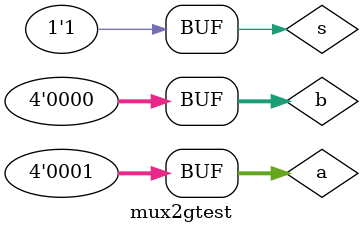
<source format=v>
`timescale 1ns / 1ps

module mux2gtest;

	// Inputs
	reg [3:0] a;
	reg [3:0] b;
	reg s;

	// Outputs
	wire [3:0] z;

	// Instantiate the Unit Under Test (UUT)
	mux2g uut (
		.a(a), 
		.b(b), 
		.s(s), 
		.z(z)
	);

	// Initialize Outputs
		initial begin
			a = 1;
			b = 0;
			s = 0;
	
			#100;
	
			s = 1;
	
			#100;
	
			s = 0;
	
			#100;
	
			s = 1;
	
			#100;
	
			s = 0;
	
			#100;
	
			s = 1;
		end
endmodule


</source>
